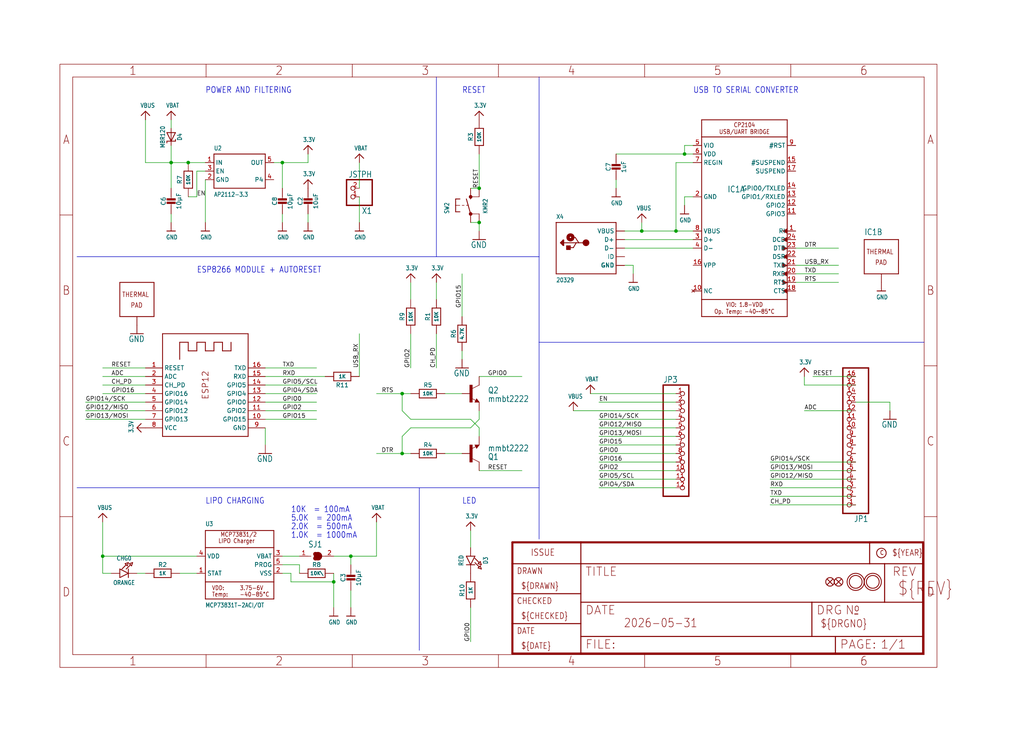
<source format=kicad_sch>
(kicad_sch (version 20230121) (generator eeschema)
  (paper "User" 303.962 217.322)
  (lib_symbols
    (symbol "working-eagle-import:3.3V" (power)
      (property "Value" "3.3V" (at -1.524 1.016 0))
      (symbol "3.3V_1_0"
        (pin power_in line (at 0 -2.54 90) (length 2.54) (name "3.3V") (number "1"))
      )
    )
    (symbol "working-eagle-import:CAP_CERAMIC0603_NO"
      (property "Reference" "C" (at -2.29 1.25 90))
      (symbol "CAP_CERAMIC0603_NO_1_0"
        (pin passive line (at 0 5.08 270) (length 2.54) (name "1") (number "1"))
        (pin passive line (at 0 -2.54 90) (length 2.54) (name "2") (number "2"))
      )
    )
    (symbol "working-eagle-import:CAP_CERAMIC0805-NOOUTLINE"
      (property "Reference" "C" (at -2.29 1.25 90))
      (symbol "CAP_CERAMIC0805-NOOUTLINE_1_0"
        (pin passive line (at 0 5.08 270) (length 2.54) (name "1") (number "1"))
        (pin passive line (at 0 -2.54 90) (length 2.54) (name "2") (number "2"))
      )
    )
    (symbol "working-eagle-import:CON_JST_PH_2PIN"
      (property "Reference" "X" (at -6.35 5.715 0))
      (symbol "CON_JST_PH_2PIN_1_0"
        (pin passive inverted (at -2.54 2.54 0) (length 2.54) (name "1") (number "1"))
        (pin passive inverted (at -2.54 0 0) (length 2.54) (name "2") (number "2"))
      )
    )
    (symbol "working-eagle-import:CP2104"
      (property "Reference" "U" (at -5.08 6.35 0))
      (symbol "CP2104_1_0"
        (text "CP2104\nUSB/UART BRIDGE" (at 0 25.4 0) (effects (font (size 1.27 1.0795))))
        (text "VIO: 1.8-VDD\nOp. Temp: -40~~85°C" (at 0 -27.94 0) (effects (font (size 1.27 1.0795))))
        (pin input line (at 15.24 -5.08 180) (length 2.54) (name "RI") (number "1"))
        (pin no_connect line (at -15.24 -22.86 0) (length 2.54) (name "NC") (number "10"))
        (pin bidirectional line (at 15.24 0 180) (length 2.54) (name "GPIO3") (number "11"))
        (pin bidirectional line (at 15.24 2.54 180) (length 2.54) (name "GPIO2") (number "12"))
        (pin bidirectional line (at 15.24 5.08 180) (length 2.54) (name "GPIO1/RXLED") (number "13"))
        (pin bidirectional line (at 15.24 7.62 180) (length 2.54) (name "GPIO0/TXLED") (number "14"))
        (pin output line (at 15.24 15.24 180) (length 2.54) (name "#SUSPEND") (number "15"))
        (pin bidirectional line (at -15.24 -15.24 0) (length 2.54) (name "VPP") (number "16"))
        (pin output line (at 15.24 12.7 180) (length 2.54) (name "SUSPEND") (number "17"))
        (pin input line (at 15.24 -22.86 180) (length 2.54) (name "CTS") (number "18"))
        (pin output line (at 15.24 -20.32 180) (length 2.54) (name "RTS") (number "19"))
        (pin power_in line (at -15.24 5.08 0) (length 2.54) (name "GND") (number "2"))
        (pin input line (at 15.24 -17.78 180) (length 2.54) (name "RXD") (number "20"))
        (pin output line (at 15.24 -15.24 180) (length 2.54) (name "TXD") (number "21"))
        (pin input line (at 15.24 -12.7 180) (length 2.54) (name "DSR") (number "22"))
        (pin output line (at 15.24 -10.16 180) (length 2.54) (name "DTR") (number "23"))
        (pin input line (at 15.24 -7.62 180) (length 2.54) (name "DCD") (number "24"))
        (pin bidirectional line (at -15.24 -7.62 0) (length 2.54) (name "D+") (number "3"))
        (pin bidirectional line (at -15.24 -10.16 0) (length 2.54) (name "D-") (number "4"))
        (pin power_in line (at -15.24 20.32 0) (length 2.54) (name "VIO") (number "5"))
        (pin power_in line (at -15.24 17.78 0) (length 2.54) (name "VDD") (number "6"))
        (pin power_in line (at -15.24 15.24 0) (length 2.54) (name "REGIN") (number "7"))
        (pin power_in line (at -15.24 -5.08 0) (length 2.54) (name "VBUS") (number "8"))
        (pin bidirectional line (at 15.24 20.32 180) (length 2.54) (name "#RST") (number "9"))
      )
      (symbol "CP2104_2_0"
        (text "PAD" (at -1.905 -2.54 0) (effects (font (size 1.4224 1.209)) (justify left bottom)))
        (text "THERMAL" (at -4.445 0.635 0) (effects (font (size 1.4224 1.209)) (justify left bottom)))
        (pin power_in line (at 0 -7.62 90) (length 2.54) (name "TP") (number "THERM"))
      )
    )
    (symbol "working-eagle-import:DIODE-SCHOTTKYSOD-123"
      (property "Reference" "D" (at 0 2.54 0))
      (symbol "DIODE-SCHOTTKYSOD-123_1_0"
        (pin passive line (at -2.54 0 0) (length 2.54) (name "A") (number "A"))
        (pin passive line (at 2.54 0 180) (length 2.54) (name "C") (number "C"))
      )
    )
    (symbol "working-eagle-import:ESP-12S"
      (symbol "ESP-12S_1_0"
        (text "ESP12" (at 0 0 900) (effects (font (size 1.778 1.778))))
        (pin input line (at -17.78 5.08 0) (length 5.08) (name "RESET") (number "1"))
        (pin bidirectional line (at 17.78 -10.16 180) (length 5.08) (name "GPIO15") (number "10"))
        (pin bidirectional line (at 17.78 -7.62 180) (length 5.08) (name "GPIO2") (number "11"))
        (pin bidirectional line (at 17.78 -5.08 180) (length 5.08) (name "GPIO0") (number "12"))
        (pin bidirectional line (at 17.78 -2.54 180) (length 5.08) (name "GPIO4") (number "13"))
        (pin bidirectional line (at 17.78 0 180) (length 5.08) (name "GPIO5") (number "14"))
        (pin input line (at 17.78 2.54 180) (length 5.08) (name "RXD") (number "15"))
        (pin output line (at 17.78 5.08 180) (length 5.08) (name "TXD") (number "16"))
        (pin passive line (at -17.78 2.54 0) (length 5.08) (name "ADC") (number "2"))
        (pin input line (at -17.78 0 0) (length 5.08) (name "CH_PD") (number "3"))
        (pin bidirectional line (at -17.78 -2.54 0) (length 5.08) (name "GPIO16") (number "4"))
        (pin bidirectional line (at -17.78 -5.08 0) (length 5.08) (name "GPIO14") (number "5"))
        (pin bidirectional line (at -17.78 -7.62 0) (length 5.08) (name "GPIO12") (number "6"))
        (pin bidirectional line (at -17.78 -10.16 0) (length 5.08) (name "GPIO13") (number "7"))
        (pin power_in line (at -17.78 -12.7 0) (length 5.08) (name "VCC") (number "8"))
        (pin power_in line (at 17.78 -12.7 180) (length 5.08) (name "GND") (number "9"))
      )
      (symbol "ESP-12S_2_0"
        (text "PAD" (at -1.905 -2.54 0) (effects (font (size 1.4224 1.209)) (justify left bottom)))
        (text "THERMAL" (at -4.445 0.635 0) (effects (font (size 1.4224 1.209)) (justify left bottom)))
        (pin power_in line (at 0 -7.62 90) (length 2.54) (name "TP") (number "P$1"))
      )
    )
    (symbol "working-eagle-import:FIDUCIAL_1MM")
    (symbol "working-eagle-import:FRAME_A4"
      (symbol "FRAME_A4_1_0"
        (text "1" (at 21.6958 1.905 0) (effects (font (size 2.54 2.286))))
        (text "1" (at 21.6958 177.165 0) (effects (font (size 2.54 2.286))))
        (text "2" (at 65.0875 1.905 0) (effects (font (size 2.54 2.286))))
        (text "2" (at 65.0875 177.165 0) (effects (font (size 2.54 2.286))))
        (text "3" (at 108.4792 1.905 0) (effects (font (size 2.54 2.286))))
        (text "3" (at 108.4792 177.165 0) (effects (font (size 2.54 2.286))))
        (text "4" (at 151.8708 1.905 0) (effects (font (size 2.54 2.286))))
        (text "4" (at 151.8708 177.165 0) (effects (font (size 2.54 2.286))))
        (text "5" (at 195.2625 1.905 0) (effects (font (size 2.54 2.286))))
        (text "5" (at 195.2625 177.165 0) (effects (font (size 2.54 2.286))))
        (text "6" (at 238.6542 1.905 0) (effects (font (size 2.54 2.286))))
        (text "6" (at 238.6542 177.165 0) (effects (font (size 2.54 2.286))))
        (text "A" (at 1.905 156.6863 0) (effects (font (size 2.54 2.286))))
        (text "A" (at 258.445 156.6863 0) (effects (font (size 2.54 2.286))))
        (text "B" (at 1.905 111.9188 0) (effects (font (size 2.54 2.286))))
        (text "B" (at 258.445 111.9188 0) (effects (font (size 2.54 2.286))))
        (text "C" (at 1.905 67.1513 0) (effects (font (size 2.54 2.286))))
        (text "C" (at 258.445 67.1513 0) (effects (font (size 2.54 2.286))))
        (text "D" (at 1.905 22.3838 0) (effects (font (size 2.54 2.286))))
        (text "D" (at 258.445 22.3838 0) (effects (font (size 2.54 2.286))))
      )
      (symbol "FRAME_A4_2_0"
        (text "${#}/${##}" (at 108.9152 2.8448 0) (effects (font (size 2.54 2.54)) (justify left bottom)))
        (text "${CHECKED}" (at 2.2352 11.7348 0) (effects (font (size 1.778 1.5113)) (justify left bottom)))
        (text "${COMPANY}" (at 23.349 29.6735 0) (effects (font (size 3.175 2.6987) (thickness 0.5397) bold) (justify left bottom)))
        (text "${CURRENT_DATE}" (at 32.7152 9.1948 0) (effects (font (size 2.54 2.159)) (justify left bottom)))
        (text "${DATE}" (at 2.2352 2.8448 0) (effects (font (size 1.778 1.5113)) (justify left bottom)))
        (text "${DRAWN}" (at 2.2352 20.6248 0) (effects (font (size 1.778 1.5113)) (justify left bottom)))
        (text "${DRGNO}" (at 91.1352 9.1948 0) (effects (font (size 2.1844 1.8567)) (justify left bottom)))
        (text "${PROJECTNAME}" (at 33.0327 2.8448 0) (effects (font (size 2.54 2.159)) (justify left bottom)))
        (text "${REV}" (at 113.9952 18.7198 0) (effects (font (size 3.81 3.2385)) (justify left bottom)))
        (text "${YEAR}" (at 112.4077 30.4673 0) (effects (font (size 1.778 1.5113)) (justify left bottom)))
        (text "C" (at 108.7564 30.7848 0) (effects (font (size 1.27 1.0795)) (justify left bottom)))
        (text "CHECKED" (at 0.9652 16.1798 0) (effects (font (size 1.778 1.5113)) (justify left bottom)))
        (text "DATE" (at 0.9652 7.2898 0) (effects (font (size 1.778 1.5113)) (justify left bottom)))
        (text "DATE" (at 21.2852 13.0048 0) (effects (font (size 2.54 2.54)) (justify left bottom)))
        (text "DRAWN" (at 0.9652 25.0698 0) (effects (font (size 1.778 1.5113)) (justify left bottom)))
        (text "DRG" (at 89.8652 13.0048 0) (effects (font (size 2.54 2.54)) (justify left bottom)))
        (text "FILE:" (at 21.2852 2.8448 0) (effects (font (size 2.54 2.54)) (justify left bottom)))
        (text "ISSUE" (at 5.0927 30.4673 0) (effects (font (size 1.9304 1.6408)) (justify left bottom)))
        (text "N" (at 98.4377 13.0048 0) (effects (font (size 2.54 2.54)) (justify left bottom)))
        (text "o" (at 100.9777 13.9573 0) (effects (font (size 2.1844 1.8567)) (justify left bottom)))
        (text "PAGE:" (at 96.8502 2.8448 0) (effects (font (size 2.54 2.54)) (justify left bottom)))
        (text "REV" (at 112.4077 24.4348 0) (effects (font (size 2.54 2.54)) (justify left bottom)))
        (text "TITLE" (at 21.2852 24.4348 0) (effects (font (size 2.54 2.54)) (justify left bottom)))
      )
    )
    (symbol "working-eagle-import:GND" (power)
      (property "Value" "GND" (at -1.524 -2.54 0))
      (symbol "GND_1_0"
        (pin power_in line (at 0 2.54 270) (length 2.54) (name "GND") (number "1"))
      )
    )
    (symbol "working-eagle-import:HEADER-1X12"
      (property "Reference" "JP" (at -6.35 18.415 0))
      (symbol "HEADER-1X12_1_0"
        (pin passive inverted (at -2.54 15.24 0) (length 2.54) (name "1") (number "1"))
        (pin passive inverted (at -2.54 -7.62 0) (length 2.54) (name "10") (number "10"))
        (pin passive inverted (at -2.54 -10.16 0) (length 2.54) (name "11") (number "11"))
        (pin passive inverted (at -2.54 -12.7 0) (length 2.54) (name "12") (number "12"))
        (pin passive inverted (at -2.54 12.7 0) (length 2.54) (name "2") (number "2"))
        (pin passive inverted (at -2.54 10.16 0) (length 2.54) (name "3") (number "3"))
        (pin passive inverted (at -2.54 7.62 0) (length 2.54) (name "4") (number "4"))
        (pin passive inverted (at -2.54 5.08 0) (length 2.54) (name "5") (number "5"))
        (pin passive inverted (at -2.54 2.54 0) (length 2.54) (name "6") (number "6"))
        (pin passive inverted (at -2.54 0 0) (length 2.54) (name "7") (number "7"))
        (pin passive inverted (at -2.54 -2.54 0) (length 2.54) (name "8") (number "8"))
        (pin passive inverted (at -2.54 -5.08 0) (length 2.54) (name "9") (number "9"))
      )
    )
    (symbol "working-eagle-import:HEADER-1X16ROUND"
      (property "Reference" "JP" (at -6.35 20.955 0))
      (symbol "HEADER-1X16ROUND_1_0"
        (pin passive inverted (at -2.54 17.78 0) (length 2.54) (name "1") (number "1"))
        (pin passive inverted (at -2.54 -5.08 0) (length 2.54) (name "10") (number "10"))
        (pin passive inverted (at -2.54 -7.62 0) (length 2.54) (name "11") (number "11"))
        (pin passive inverted (at -2.54 -10.16 0) (length 2.54) (name "12") (number "12"))
        (pin passive inverted (at -2.54 -12.7 0) (length 2.54) (name "13") (number "13"))
        (pin passive inverted (at -2.54 -15.24 0) (length 2.54) (name "14") (number "14"))
        (pin passive inverted (at -2.54 -17.78 0) (length 2.54) (name "15") (number "15"))
        (pin passive inverted (at -2.54 -20.32 0) (length 2.54) (name "16") (number "16"))
        (pin passive inverted (at -2.54 15.24 0) (length 2.54) (name "2") (number "2"))
        (pin passive inverted (at -2.54 12.7 0) (length 2.54) (name "3") (number "3"))
        (pin passive inverted (at -2.54 10.16 0) (length 2.54) (name "4") (number "4"))
        (pin passive inverted (at -2.54 7.62 0) (length 2.54) (name "5") (number "5"))
        (pin passive inverted (at -2.54 5.08 0) (length 2.54) (name "6") (number "6"))
        (pin passive inverted (at -2.54 2.54 0) (length 2.54) (name "7") (number "7"))
        (pin passive inverted (at -2.54 0 0) (length 2.54) (name "8") (number "8"))
        (pin passive inverted (at -2.54 -2.54 0) (length 2.54) (name "9") (number "9"))
      )
    )
    (symbol "working-eagle-import:LED0805_NOOUTLINE"
      (property "Reference" "D" (at -1.27 4.445 0))
      (symbol "LED0805_NOOUTLINE_1_0"
        (pin passive line (at -5.08 0 0) (length 2.54) (name "A") (number "A"))
        (pin passive line (at 2.54 0 180) (length 2.54) (name "C") (number "C"))
      )
    )
    (symbol "working-eagle-import:MCP73831/2"
      (property "Reference" "U" (at -10.16 11.43 0))
      (symbol "MCP73831/2_1_0"
        (text "-40-85°C" (at 0 -9.525 0) (effects (font (size 1.27 1.0795)) (justify left bottom)))
        (text "3.75-6V" (at 0 -7.62 0) (effects (font (size 1.27 1.0795)) (justify left bottom)))
        (text "LIPO Charger" (at -6.35 6.35 0) (effects (font (size 1.27 1.0795)) (justify left bottom)))
        (text "MCP73831/2" (at -5.715 8.255 0) (effects (font (size 1.27 1.0795)) (justify left bottom)))
        (text "Temp:" (at -8.255 -9.525 0) (effects (font (size 1.27 1.0795)) (justify left bottom)))
        (text "VDD:" (at -8.255 -7.62 0) (effects (font (size 1.27 1.0795)) (justify left bottom)))
        (pin output line (at -12.7 -2.54 0) (length 2.54) (name "STAT") (number "1"))
        (pin power_in line (at 12.7 -2.54 180) (length 2.54) (name "VSS") (number "2"))
        (pin power_in line (at 12.7 2.54 180) (length 2.54) (name "VBAT") (number "3"))
        (pin power_in line (at -12.7 2.54 0) (length 2.54) (name "VDD") (number "4"))
        (pin input line (at 12.7 0 180) (length 2.54) (name "PROG") (number "5"))
      )
    )
    (symbol "working-eagle-import:MOUNTINGHOLE2.5")
    (symbol "working-eagle-import:RESISTOR_0603MP"
      (property "Reference" "R" (at 0 2.54 0))
      (symbol "RESISTOR_0603MP_1_0"
        (pin passive line (at -5.08 0 0) (length 2.54) (name "1") (number "1"))
        (pin passive line (at 5.08 0 180) (length 2.54) (name "2") (number "2"))
      )
    )
    (symbol "working-eagle-import:RESISTOR_0603_NOOUT"
      (property "Reference" "R" (at 0 2.54 0))
      (symbol "RESISTOR_0603_NOOUT_1_0"
        (pin passive line (at -5.08 0 0) (length 2.54) (name "1") (number "1"))
        (pin passive line (at 5.08 0 180) (length 2.54) (name "2") (number "2"))
      )
    )
    (symbol "working-eagle-import:SOLDERJUMPER_CLOSED"
      (property "Reference" "SJ" (at -2.54 2.54 0))
      (symbol "SOLDERJUMPER_CLOSED_1_0"
        (pin passive line (at -5.08 0 0) (length 2.54) (name "1") (number "1"))
        (pin passive line (at 5.08 0 180) (length 2.54) (name "2") (number "2"))
      )
    )
    (symbol "working-eagle-import:SWITCH_TACT_SMT4.6X2.8"
      (property "Reference" "SW" (at -2.54 6.35 0))
      (symbol "SWITCH_TACT_SMT4.6X2.8_1_0"
        (pin passive line (at -5.08 0 0) (length 2.54) (name "P") (number "A"))
        (pin passive line (at -5.08 -2.54 0) (length 2.54) (name "P1") (number "A'"))
        (pin passive line (at 5.08 0 180) (length 2.54) (name "S") (number "B"))
        (pin passive line (at 5.08 -2.54 180) (length 2.54) (name "S1") (number "B'"))
      )
    )
    (symbol "working-eagle-import:TRANSISTOR_NPNSOT23-3"
      (property "Reference" "Q" (at 5.08 0 0))
      (symbol "TRANSISTOR_NPNSOT23-3_1_0"
        (pin passive line (at -2.54 0 0) (length 2.54) (name "B") (number "1"))
        (pin passive line (at 2.54 -5.08 90) (length 2.54) (name "E") (number "2"))
        (pin passive line (at 2.54 5.08 270) (length 2.54) (name "C") (number "3"))
      )
    )
    (symbol "working-eagle-import:USB_MICRO_20329_V2"
      (property "Reference" "X" (at -10.16 8.636 0))
      (symbol "USB_MICRO_20329_V2_1_0"
        (pin power_in line (at 10.16 -5.08 180) (length 2.54) (name "GND") (number "BASE@1"))
        (pin power_in line (at 10.16 -5.08 180) (length 2.54) (name "GND") (number "BASE@2"))
        (pin bidirectional line (at 10.16 2.54 180) (length 2.54) (name "D+") (number "D+"))
        (pin bidirectional line (at 10.16 0 180) (length 2.54) (name "D-") (number "D-"))
        (pin power_in line (at 10.16 -5.08 180) (length 2.54) (name "GND") (number "GND"))
        (pin bidirectional line (at 10.16 -2.54 180) (length 2.54) (name "ID") (number "ID"))
        (pin power_in line (at 10.16 -5.08 180) (length 2.54) (name "GND") (number "SPRT@1"))
        (pin power_in line (at 10.16 -5.08 180) (length 2.54) (name "GND") (number "SPRT@2"))
        (pin power_in line (at 10.16 -5.08 180) (length 2.54) (name "GND") (number "SPRT@3"))
        (pin power_in line (at 10.16 -5.08 180) (length 2.54) (name "GND") (number "SPRT@4"))
        (pin power_in line (at 10.16 5.08 180) (length 2.54) (name "VBUS") (number "VBUS"))
      )
    )
    (symbol "working-eagle-import:VBAT" (power)
      (property "Value" "VBAT" (at -1.524 1.016 0))
      (symbol "VBAT_1_0"
        (pin power_in line (at 0 -2.54 90) (length 2.54) (name "VBAT") (number "1"))
      )
    )
    (symbol "working-eagle-import:VBUS" (power)
      (property "Value" "VBUS" (at -1.524 1.016 0))
      (symbol "VBUS_1_0"
        (pin power_in line (at 0 -2.54 90) (length 2.54) (name "VBUS") (number "1"))
      )
    )
    (symbol "working-eagle-import:VREG_SOT23-5"
      (property "Reference" "U" (at -7.62 6.096 0))
      (symbol "VREG_SOT23-5_1_0"
        (pin power_in line (at -10.16 2.54 0) (length 2.54) (name "IN") (number "1"))
        (pin power_in line (at -10.16 -2.54 0) (length 2.54) (name "GND") (number "2"))
        (pin input line (at -10.16 0 0) (length 2.54) (name "EN") (number "3"))
        (pin bidirectional line (at 10.16 -2.54 180) (length 2.54) (name "P4") (number "4"))
        (pin power_in line (at 10.16 2.54 180) (length 2.54) (name "OUT") (number "5"))
      )
    )
    (symbol "working-eagle-import:supply1_GND" (power)
      (property "Value" "supply1_GND" (at -2.54 -2.54 0))
      (symbol "supply1_GND_1_0"
        (pin power_in line (at 0 2.54 270) (length 2.54) (name "GND") (number "1"))
      )
    )
  )
  (junction (at 190.5 68.58))
  (junction (at 119.38 134.62))
  (junction (at 55.88 48.26))
  (junction (at 142.24 55.88))
  (junction (at 99.06 172.72))
  (junction (at 200.66 68.58))
  (junction (at 30.48 165.1))
  (junction (at 119.38 116.84))
  (junction (at 104.14 165.1))
  (junction (at 142.24 66.04))
  (junction (at 50.8 48.26))
  (junction (at 203.2 45.72))
  (junction (at 83.82 48.26))
  (wire (pts (xy 154.94 139.7) (xy 142.24 139.7)) (stroke (width 0.1524)))
  (wire (pts (xy 121.92 124.46) (xy 119.38 121.92)) (stroke (width 0.1524)))
  (wire (pts (xy 190.5 68.58) (xy 200.66 68.58)) (stroke (width 0.1524)))
  (wire (pts (xy 91.44 48.26) (xy 91.44 45.72)) (stroke (width 0.1524)))
  (wire (pts (xy 50.8 43.18) (xy 50.8 48.26)) (stroke (width 0.1524)))
  (wire (pts (xy 93.98 114.3) (xy 78.74 114.3)) (stroke (width 0.1524)))
  (wire (pts (xy 78.74 127) (xy 78.74 132.08)) (stroke (width 0.1524)))
  (wire (pts (xy 43.18 48.26) (xy 50.8 48.26)) (stroke (width 0.1524)))
  (wire (pts (xy 106.68 111.76) (xy 106.68 99.06)) (stroke (width 0.1524)))
  (wire (pts (xy 228.6 142.24) (xy 254 142.24)) (stroke (width 0.1524)))
  (wire (pts (xy 106.68 66.04) (xy 106.68 58.42)) (stroke (width 0.1524)))
  (wire (pts (xy 254 149.86) (xy 228.6 149.86)) (stroke (width 0.1524)))
  (wire (pts (xy 190.5 68.58) (xy 190.5 66.04)) (stroke (width 0.1524)))
  (wire (pts (xy 254 144.78) (xy 228.6 144.78)) (stroke (width 0.1524)))
  (wire (pts (xy 55.88 58.42) (xy 58.42 58.42)) (stroke (width 0.1524)))
  (wire (pts (xy 254 121.92) (xy 238.76 121.92)) (stroke (width 0.1524)))
  (wire (pts (xy 43.18 121.92) (xy 25.4 121.92)) (stroke (width 0.1524)))
  (wire (pts (xy 177.8 137.16) (xy 200.66 137.16)) (stroke (width 0.1524)))
  (wire (pts (xy 236.22 78.74) (xy 248.92 78.74)) (stroke (width 0.1524)))
  (wire (pts (xy 106.68 48.26) (xy 106.68 55.88)) (stroke (width 0.1524)))
  (wire (pts (xy 50.8 48.26) (xy 50.8 55.88)) (stroke (width 0.1524)))
  (wire (pts (xy 86.36 170.18) (xy 86.36 172.72)) (stroke (width 0.1524)))
  (wire (pts (xy 88.9 165.1) (xy 83.82 165.1)) (stroke (width 0.1524)))
  (polyline (pts (xy 129.54 76.2) (xy 129.54 22.86)) (stroke (width 0.1524) (type solid)))
  (wire (pts (xy 83.82 167.64) (xy 88.9 167.64)) (stroke (width 0.1524)))
  (wire (pts (xy 121.92 127) (xy 119.38 129.54)) (stroke (width 0.1524)))
  (wire (pts (xy 111.76 154.94) (xy 111.76 165.1)) (stroke (width 0.1524)))
  (wire (pts (xy 200.66 68.58) (xy 205.74 68.58)) (stroke (width 0.1524)))
  (wire (pts (xy 177.8 127) (xy 200.66 127)) (stroke (width 0.1524)))
  (wire (pts (xy 88.9 167.64) (xy 88.9 170.18)) (stroke (width 0.1524)))
  (polyline (pts (xy 274.32 101.6) (xy 160.02 101.6)) (stroke (width 0.1524) (type solid)))
  (wire (pts (xy 83.82 48.26) (xy 91.44 48.26)) (stroke (width 0.1524)))
  (wire (pts (xy 43.18 116.84) (xy 30.48 116.84)) (stroke (width 0.1524)))
  (wire (pts (xy 78.74 109.22) (xy 93.98 109.22)) (stroke (width 0.1524)))
  (wire (pts (xy 142.24 45.72) (xy 142.24 55.88)) (stroke (width 0.1524)))
  (wire (pts (xy 119.38 121.92) (xy 119.38 116.84)) (stroke (width 0.1524)))
  (wire (pts (xy 142.24 121.92) (xy 142.24 124.46)) (stroke (width 0.1524)))
  (wire (pts (xy 139.7 127) (xy 121.92 127)) (stroke (width 0.1524)))
  (wire (pts (xy 121.92 88.9) (xy 121.92 83.82)) (stroke (width 0.1524)))
  (wire (pts (xy 83.82 63.5) (xy 83.82 66.04)) (stroke (width 0.1524)))
  (wire (pts (xy 60.96 53.34) (xy 60.96 66.04)) (stroke (width 0.1524)))
  (wire (pts (xy 83.82 55.88) (xy 83.82 48.26)) (stroke (width 0.1524)))
  (wire (pts (xy 187.96 78.74) (xy 187.96 81.28)) (stroke (width 0.1524)))
  (wire (pts (xy 248.92 83.82) (xy 236.22 83.82)) (stroke (width 0.1524)))
  (wire (pts (xy 200.66 142.24) (xy 177.8 142.24)) (stroke (width 0.1524)))
  (wire (pts (xy 139.7 124.46) (xy 121.92 124.46)) (stroke (width 0.1524)))
  (wire (pts (xy 139.7 66.04) (xy 142.24 66.04)) (stroke (width 0.1524)))
  (wire (pts (xy 119.38 134.62) (xy 121.92 134.62)) (stroke (width 0.1524)))
  (wire (pts (xy 254 119.38) (xy 264.16 119.38)) (stroke (width 0.1524)))
  (polyline (pts (xy 160.02 144.78) (xy 124.46 144.78)) (stroke (width 0.1524) (type solid)))
  (polyline (pts (xy 124.46 144.78) (xy 22.86 144.78)) (stroke (width 0.1524) (type solid)))
  (wire (pts (xy 86.36 172.72) (xy 99.06 172.72)) (stroke (width 0.1524)))
  (wire (pts (xy 205.74 45.72) (xy 203.2 45.72)) (stroke (width 0.1524)))
  (wire (pts (xy 99.06 170.18) (xy 99.06 172.72)) (stroke (width 0.1524)))
  (wire (pts (xy 200.66 134.62) (xy 177.8 134.62)) (stroke (width 0.1524)))
  (wire (pts (xy 248.92 81.28) (xy 236.22 81.28)) (stroke (width 0.1524)))
  (wire (pts (xy 139.7 162.56) (xy 139.7 157.48)) (stroke (width 0.1524)))
  (wire (pts (xy 185.42 71.12) (xy 205.74 71.12)) (stroke (width 0.1524)))
  (wire (pts (xy 185.42 78.74) (xy 187.96 78.74)) (stroke (width 0.1524)))
  (wire (pts (xy 142.24 111.76) (xy 154.94 111.76)) (stroke (width 0.1524)))
  (wire (pts (xy 177.8 144.78) (xy 200.66 144.78)) (stroke (width 0.1524)))
  (wire (pts (xy 25.4 124.46) (xy 43.18 124.46)) (stroke (width 0.1524)))
  (wire (pts (xy 43.18 109.22) (xy 30.48 109.22)) (stroke (width 0.1524)))
  (wire (pts (xy 137.16 134.62) (xy 132.08 134.62)) (stroke (width 0.1524)))
  (wire (pts (xy 254 111.76) (xy 241.3 111.76)) (stroke (width 0.1524)))
  (wire (pts (xy 137.16 106.68) (xy 137.16 104.14)) (stroke (width 0.1524)))
  (wire (pts (xy 60.96 48.26) (xy 55.88 48.26)) (stroke (width 0.1524)))
  (wire (pts (xy 205.74 58.42) (xy 203.2 58.42)) (stroke (width 0.1524)))
  (wire (pts (xy 50.8 38.1) (xy 50.8 35.56)) (stroke (width 0.1524)))
  (wire (pts (xy 99.06 172.72) (xy 99.06 180.34)) (stroke (width 0.1524)))
  (wire (pts (xy 200.66 48.26) (xy 200.66 68.58)) (stroke (width 0.1524)))
  (wire (pts (xy 185.42 73.66) (xy 205.74 73.66)) (stroke (width 0.1524)))
  (polyline (pts (xy 124.46 144.78) (xy 124.46 193.04)) (stroke (width 0.1524) (type solid)))
  (wire (pts (xy 200.66 121.92) (xy 170.18 121.92)) (stroke (width 0.1524)))
  (wire (pts (xy 78.74 119.38) (xy 93.98 119.38)) (stroke (width 0.1524)))
  (wire (pts (xy 30.48 165.1) (xy 58.42 165.1)) (stroke (width 0.1524)))
  (wire (pts (xy 175.26 116.84) (xy 200.66 116.84)) (stroke (width 0.1524)))
  (polyline (pts (xy 160.02 144.78) (xy 160.02 101.6)) (stroke (width 0.1524) (type solid)))
  (wire (pts (xy 203.2 58.42) (xy 203.2 60.96)) (stroke (width 0.1524)))
  (wire (pts (xy 238.76 114.3) (xy 254 114.3)) (stroke (width 0.1524)))
  (wire (pts (xy 30.48 154.94) (xy 30.48 165.1)) (stroke (width 0.1524)))
  (wire (pts (xy 50.8 63.5) (xy 50.8 66.04)) (stroke (width 0.1524)))
  (wire (pts (xy 142.24 127) (xy 139.7 124.46)) (stroke (width 0.1524)))
  (wire (pts (xy 177.8 139.7) (xy 200.66 139.7)) (stroke (width 0.1524)))
  (wire (pts (xy 177.8 119.38) (xy 200.66 119.38)) (stroke (width 0.1524)))
  (wire (pts (xy 142.24 55.88) (xy 139.7 55.88)) (stroke (width 0.1524)))
  (wire (pts (xy 137.16 93.98) (xy 137.16 81.28)) (stroke (width 0.1524)))
  (wire (pts (xy 121.92 99.06) (xy 121.92 109.22)) (stroke (width 0.1524)))
  (wire (pts (xy 30.48 170.18) (xy 30.48 165.1)) (stroke (width 0.1524)))
  (wire (pts (xy 25.4 119.38) (xy 43.18 119.38)) (stroke (width 0.1524)))
  (wire (pts (xy 119.38 134.62) (xy 111.76 134.62)) (stroke (width 0.1524)))
  (wire (pts (xy 228.6 147.32) (xy 254 147.32)) (stroke (width 0.1524)))
  (wire (pts (xy 203.2 43.18) (xy 203.2 45.72)) (stroke (width 0.1524)))
  (wire (pts (xy 238.76 111.76) (xy 238.76 114.3)) (stroke (width 0.1524)))
  (wire (pts (xy 205.74 48.26) (xy 200.66 48.26)) (stroke (width 0.1524)))
  (wire (pts (xy 104.14 165.1) (xy 99.06 165.1)) (stroke (width 0.1524)))
  (wire (pts (xy 200.66 124.46) (xy 177.8 124.46)) (stroke (width 0.1524)))
  (polyline (pts (xy 160.02 160.02) (xy 160.02 144.78)) (stroke (width 0.1524) (type solid)))
  (wire (pts (xy 43.18 111.76) (xy 30.48 111.76)) (stroke (width 0.1524)))
  (wire (pts (xy 177.8 132.08) (xy 200.66 132.08)) (stroke (width 0.1524)))
  (wire (pts (xy 78.74 124.46) (xy 93.98 124.46)) (stroke (width 0.1524)))
  (wire (pts (xy 93.98 121.92) (xy 78.74 121.92)) (stroke (width 0.1524)))
  (wire (pts (xy 139.7 180.34) (xy 139.7 190.5)) (stroke (width 0.1524)))
  (wire (pts (xy 129.54 88.9) (xy 129.54 83.82)) (stroke (width 0.1524)))
  (wire (pts (xy 83.82 170.18) (xy 86.36 170.18)) (stroke (width 0.1524)))
  (wire (pts (xy 104.14 165.1) (xy 111.76 165.1)) (stroke (width 0.1524)))
  (wire (pts (xy 91.44 63.5) (xy 91.44 66.04)) (stroke (width 0.1524)))
  (wire (pts (xy 58.42 50.8) (xy 60.96 50.8)) (stroke (width 0.1524)))
  (wire (pts (xy 33.02 170.18) (xy 30.48 170.18)) (stroke (width 0.1524)))
  (wire (pts (xy 111.76 116.84) (xy 119.38 116.84)) (stroke (width 0.1524)))
  (polyline (pts (xy 160.02 76.2) (xy 160.02 22.86)) (stroke (width 0.1524) (type solid)))
  (wire (pts (xy 254 139.7) (xy 228.6 139.7)) (stroke (width 0.1524)))
  (polyline (pts (xy 22.86 76.2) (xy 129.54 76.2)) (stroke (width 0.1524) (type solid)))
  (polyline (pts (xy 160.02 76.2) (xy 129.54 76.2)) (stroke (width 0.1524) (type solid)))
  (wire (pts (xy 58.42 58.42) (xy 58.42 50.8)) (stroke (width 0.1524)))
  (wire (pts (xy 264.16 119.38) (xy 264.16 121.92)) (stroke (width 0.1524)))
  (wire (pts (xy 200.66 129.54) (xy 177.8 129.54)) (stroke (width 0.1524)))
  (polyline (pts (xy 160.02 101.6) (xy 160.02 76.2)) (stroke (width 0.1524) (type solid)))
  (wire (pts (xy 185.42 68.58) (xy 190.5 68.58)) (stroke (width 0.1524)))
  (wire (pts (xy 30.48 114.3) (xy 43.18 114.3)) (stroke (width 0.1524)))
  (wire (pts (xy 81.28 48.26) (xy 83.82 48.26)) (stroke (width 0.1524)))
  (wire (pts (xy 236.22 73.66) (xy 248.92 73.66)) (stroke (width 0.1524)))
  (wire (pts (xy 55.88 48.26) (xy 50.8 48.26)) (stroke (width 0.1524)))
  (wire (pts (xy 142.24 124.46) (xy 139.7 127)) (stroke (width 0.1524)))
  (wire (pts (xy 40.64 170.18) (xy 43.18 170.18)) (stroke (width 0.1524)))
  (wire (pts (xy 205.74 43.18) (xy 203.2 43.18)) (stroke (width 0.1524)))
  (wire (pts (xy 78.74 116.84) (xy 93.98 116.84)) (stroke (width 0.1524)))
  (wire (pts (xy 254 137.16) (xy 228.6 137.16)) (stroke (width 0.1524)))
  (wire (pts (xy 104.14 167.64) (xy 104.14 165.1)) (stroke (width 0.1524)))
  (wire (pts (xy 119.38 129.54) (xy 119.38 134.62)) (stroke (width 0.1524)))
  (wire (pts (xy 142.24 129.54) (xy 142.24 127)) (stroke (width 0.1524)))
  (wire (pts (xy 203.2 45.72) (xy 182.88 45.72)) (stroke (width 0.1524)))
  (wire (pts (xy 132.08 116.84) (xy 137.16 116.84)) (stroke (width 0.1524)))
  (wire (pts (xy 182.88 53.34) (xy 182.88 55.88)) (stroke (width 0.1524)))
  (wire (pts (xy 53.34 170.18) (xy 58.42 170.18)) (stroke (width 0.1524)))
  (wire (pts (xy 96.52 111.76) (xy 78.74 111.76)) (stroke (width 0.1524)))
  (wire (pts (xy 129.54 99.06) (xy 129.54 109.22)) (stroke (width 0.1524)))
  (wire (pts (xy 142.24 66.04) (xy 142.24 68.58)) (stroke (width 0.1524)))
  (wire (pts (xy 119.38 116.84) (xy 121.92 116.84)) (stroke (width 0.1524)))
  (wire (pts (xy 104.14 175.26) (xy 104.14 180.34)) (stroke (width 0.1524)))
  (wire (pts (xy 43.18 35.56) (xy 43.18 48.26)) (stroke (width 0.1524)))
  (text "10K  = 100mA" (at 86.36 152.4 0) (effects (font (size 1.778 1.5113)) (justify left bottom)))
  (text "POWER AND FILTERING" (at 60.96 27.94 0) (effects (font (size 1.778 1.5113)) (justify left bottom)))
  (text "1.0K  = 1000mA" (at 86.36 160.02 0) (effects (font (size 1.778 1.5113)) (justify left bottom)))
  (text "5.0K  = 200mA" (at 86.36 154.94 0) (effects (font (size 1.778 1.5113)) (justify left bottom)))
  (text "USB TO SERIAL CONVERTER" (at 205.74 27.94 0) (effects (font (size 1.778 1.5113)) (justify left bottom)))
  (text "2.0K  = 500mA" (at 86.36 157.48 0) (effects (font (size 1.778 1.5113)) (justify left bottom)))
  (text "LED" (at 137.16 149.86 0) (effects (font (size 1.778 1.5113)) (justify left bottom)))
  (text "ESP8266 MODULE + AUTORESET" (at 58.42 81.28 0) (effects (font (size 1.778 1.5113)) (justify left bottom)))
  (text "RESET" (at 137.16 27.94 0) (effects (font (size 1.778 1.5113)) (justify left bottom)))
  (text "LIPO CHARGING" (at 60.96 149.86 0) (effects (font (size 1.778 1.5113)) (justify left bottom)))
  (label "CH_PD" (at 129.54 109.22 90) (effects (font (size 1.2446 1.2446))))
  (label "GPIO15" (at 83.82 124.46 0) (effects (font (size 1.2446 1.2446))))
  (label "RESET" (at 241.3 111.76 0) (effects (font (size 1.2446 1.2446))))
  (label "GPIO0" (at 139.7 190.5 90) (effects (font (size 1.2446 1.2446))))
  (label "ADC" (at 238.76 121.92 0) (effects (font (size 1.2446 1.2446))))
  (label "RESET" (at 144.78 139.7 0) (effects (font (size 1.2446 1.2446))))
  (label "EN" (at 58.42 58.42 0) (effects (font (size 1.2446 1.2446))))
  (label "GPIO5/SCL" (at 83.82 114.3 0) (effects (font (size 1.2446 1.2446))))
  (label "GPIO4/SDA" (at 177.8 144.78 0) (effects (font (size 1.2446 1.2446))))
  (label "TXD" (at 238.76 81.28 0) (effects (font (size 1.2446 1.2446))))
  (label "GPIO4/SDA" (at 83.82 116.84 0) (effects (font (size 1.2446 1.2446))))
  (label "RXD" (at 228.6 144.78 0) (effects (font (size 1.2446 1.2446))))
  (label "GPIO14/SCK" (at 228.6 137.16 0) (effects (font (size 1.2446 1.2446))))
  (label "DTR" (at 116.84 134.62 180) (effects (font (size 1.2446 1.2446))))
  (label "DTR" (at 238.76 73.66 0) (effects (font (size 1.2446 1.2446))))
  (label "RESET" (at 142.24 55.88 90) (effects (font (size 1.2446 1.2446))))
  (label "CH_PD" (at 228.6 149.86 0) (effects (font (size 1.2446 1.2446))))
  (label "RTS" (at 238.76 83.82 0) (effects (font (size 1.2446 1.2446))))
  (label "RTS" (at 116.84 116.84 180) (effects (font (size 1.2446 1.2446))))
  (label "GPIO13/MOSI" (at 25.4 124.46 0) (effects (font (size 1.2446 1.2446))))
  (label "RESET" (at 33.02 109.22 0) (effects (font (size 1.2446 1.2446))))
  (label "EN" (at 177.8 119.38 0) (effects (font (size 1.2446 1.2446))))
  (label "GPIO12/MISO" (at 228.6 142.24 0) (effects (font (size 1.2446 1.2446))))
  (label "RXD" (at 83.82 111.76 0) (effects (font (size 1.2446 1.2446))))
  (label "GPIO13/MOSI" (at 177.8 129.54 0) (effects (font (size 1.2446 1.2446))))
  (label "GPIO13/MOSI" (at 228.6 139.7 0) (effects (font (size 1.2446 1.2446))))
  (label "GPIO0" (at 177.8 134.62 0) (effects (font (size 1.2446 1.2446))))
  (label "CH_PD" (at 33.02 114.3 0) (effects (font (size 1.2446 1.2446))))
  (label "TXD" (at 83.82 109.22 0) (effects (font (size 1.2446 1.2446))))
  (label "USB_RX" (at 106.68 109.22 90) (effects (font (size 1.2446 1.2446))))
  (label "GPIO16" (at 177.8 137.16 0) (effects (font (size 1.2446 1.2446))))
  (label "GPIO2" (at 177.8 139.7 0) (effects (font (size 1.2446 1.2446))))
  (label "GPIO5/SCL" (at 177.8 142.24 0) (effects (font (size 1.2446 1.2446))))
  (label "GPIO15" (at 177.8 132.08 0) (effects (font (size 1.2446 1.2446))))
  (label "USB_RX" (at 238.76 78.74 0) (effects (font (size 1.2446 1.2446))))
  (label "GPIO2" (at 83.82 121.92 0) (effects (font (size 1.2446 1.2446))))
  (label "GPIO14/SCK" (at 25.4 119.38 0) (effects (font (size 1.2446 1.2446))))
  (label "GPIO15" (at 137.16 91.44 90) (effects (font (size 1.2446 1.2446))))
  (label "ADC" (at 33.02 111.76 0) (effects (font (size 1.2446 1.2446))))
  (label "GPIO12/MISO" (at 25.4 121.92 0) (effects (font (size 1.2446 1.2446))))
  (label "GPIO2" (at 121.92 109.22 90) (effects (font (size 1.2446 1.2446))))
  (label "GPIO12/MISO" (at 177.8 127 0) (effects (font (size 1.2446 1.2446))))
  (label "GPIO0" (at 83.82 119.38 0) (effects (font (size 1.2446 1.2446))))
  (label "TXD" (at 228.6 147.32 0) (effects (font (size 1.2446 1.2446))))
  (label "GPIO14/SCK" (at 177.8 124.46 0) (effects (font (size 1.2446 1.2446))))
  (label "GPIO0" (at 144.78 111.76 0) (effects (font (size 1.2446 1.2446))))
  (label "GPIO16" (at 33.02 116.84 0) (effects (font (size 1.2446 1.2446))))
  (symbol (lib_id "working-eagle-import:3.3V") (at 139.7 154.94 0) (unit 1)
    (property "Reference" "#U$14" (effects hide))
    (property "Value" "3.3V" (at 138.176 153.924 0) (effects (font (size 1.27 1.0795)) (justify left bottom)))
  )
  (symbol (lib_id "working-eagle-import:GND") (at 187.96 83.82 0) (unit 1)
    (property "Reference" "#U$11" (effects hide))
    (property "Value" "GND" (at 186.436 86.36 0) (effects (font (size 1.27 1.0795)) (justify left bottom)))
  )
  (symbol (lib_id "working-eagle-import:FRAME_A4") (at 17.78 198.12 0) (unit 1)
    (property "Reference" "#FRAME1" (effects hide))
    (property "Value" "FRAME_A4" (effects hide))
  )
  (symbol (lib_id "working-eagle-import:RESISTOR_0603_NOOUT") (at 129.54 93.98 90) (unit 1)
    (property "Reference" "R1" (at 127 93.98 0))
    (property "Value" "10K" (at 129.54 93.98 0) (effects (font (size 1.016 1.016) bold)))
    (property "Footprint" "working:0603-NO" (effects hide))
  )
  (symbol (lib_id "working-eagle-import:GND") (at 60.96 68.58 0) (unit 1)
    (property "Reference" "#U$30" (effects hide))
    (property "Value" "GND" (at 59.436 71.12 0) (effects (font (size 1.27 1.0795)) (justify left bottom)))
  )
  (symbol (lib_id "working-eagle-import:CAP_CERAMIC0805-NOOUTLINE") (at 91.44 60.96 0) (unit 1)
    (property "Reference" "C2" (at 89.15 59.71 90))
    (property "Value" "10uF" (at 93.74 59.71 90))
    (property "Footprint" "working:0805-NO" (effects hide))
  )
  (symbol (lib_id "working-eagle-import:FRAME_A4") (at 152.4 195.58 0) (unit 2)
    (property "Reference" "#FRAME1" (effects hide))
    (property "Value" "FRAME_A4" (effects hide))
  )
  (symbol (lib_id "working-eagle-import:ESP-12S") (at 40.64 88.9 0) (unit 2)
    (property "Reference" "X2" (effects hide))
    (property "Value" "ESP-12S" (effects hide))
    (property "Footprint" "working:ESP-12S" (effects hide))
  )
  (symbol (lib_id "working-eagle-import:VBAT") (at 111.76 152.4 0) (unit 1)
    (property "Reference" "#U$39" (effects hide))
    (property "Value" "VBAT" (at 110.236 151.384 0) (effects (font (size 1.27 1.0795)) (justify left bottom)))
  )
  (symbol (lib_id "working-eagle-import:CP2104") (at 261.62 76.2 0) (unit 2)
    (property "Reference" "IC1" (at 256.54 69.85 0) (effects (font (size 1.778 1.5113)) (justify left bottom)))
    (property "Value" "CP2104" (effects hide))
    (property "Footprint" "working:QFN24_4MM_SMSC" (effects hide))
  )
  (symbol (lib_id "working-eagle-import:supply1_GND") (at 142.24 71.12 0) (unit 1)
    (property "Reference" "#GND6" (effects hide))
    (property "Value" "GND" (at 139.7 73.66 0) (effects (font (size 1.778 1.5113)) (justify left bottom)))
  )
  (symbol (lib_id "working-eagle-import:TRANSISTOR_NPNSOT23-3") (at 139.7 116.84 0) (unit 1)
    (property "Reference" "Q2" (at 144.78 116.84 0) (effects (font (size 1.778 1.5113)) (justify left bottom)))
    (property "Value" "mmbt2222" (at 144.78 119.38 0) (effects (font (size 1.778 1.5113)) (justify left bottom)))
    (property "Footprint" "working:SOT23-3" (effects hide))
  )
  (symbol (lib_id "working-eagle-import:FIDUCIAL_1MM") (at 248.92 172.72 0) (unit 1)
    (property "Reference" "U$34" (effects hide))
    (property "Value" "FIDUCIAL_1MM" (effects hide))
    (property "Footprint" "working:FIDUCIAL_1MM" (effects hide))
  )
  (symbol (lib_id "working-eagle-import:VBAT") (at 175.26 114.3 0) (unit 1)
    (property "Reference" "#U$20" (effects hide))
    (property "Value" "VBAT" (at 173.736 113.284 0) (effects (font (size 1.27 1.0795)) (justify left bottom)))
  )
  (symbol (lib_id "working-eagle-import:RESISTOR_0603_NOOUT") (at 142.24 40.64 90) (unit 1)
    (property "Reference" "R3" (at 139.7 40.64 0))
    (property "Value" "10K" (at 142.24 40.64 0) (effects (font (size 1.016 1.016) bold)))
    (property "Footprint" "working:0603-NO" (effects hide))
  )
  (symbol (lib_id "working-eagle-import:GND") (at 83.82 68.58 0) (unit 1)
    (property "Reference" "#U$29" (effects hide))
    (property "Value" "GND" (at 82.296 71.12 0) (effects (font (size 1.27 1.0795)) (justify left bottom)))
  )
  (symbol (lib_id "working-eagle-import:GND") (at 104.14 182.88 0) (unit 1)
    (property "Reference" "#U$33" (effects hide))
    (property "Value" "GND" (at 102.616 185.42 0) (effects (font (size 1.27 1.0795)) (justify left bottom)))
  )
  (symbol (lib_id "working-eagle-import:3.3V") (at 40.64 127 90) (unit 1)
    (property "Reference" "#U$2" (effects hide))
    (property "Value" "3.3V" (at 39.624 128.524 0) (effects (font (size 1.27 1.0795)) (justify left bottom)))
  )
  (symbol (lib_id "working-eagle-import:RESISTOR_0603_NOOUT") (at 93.98 170.18 0) (unit 1)
    (property "Reference" "R8" (at 93.98 167.64 0))
    (property "Value" "10K\\" (at 93.98 170.18 0) (effects (font (size 1.016 1.016) bold)))
    (property "Footprint" "working:0603-NO" (effects hide))
  )
  (symbol (lib_id "working-eagle-import:CAP_CERAMIC0805-NOOUTLINE") (at 83.82 60.96 0) (unit 1)
    (property "Reference" "C8" (at 81.53 59.71 90))
    (property "Value" "10µF" (at 86.12 59.71 90))
    (property "Footprint" "working:0805-NO" (effects hide))
  )
  (symbol (lib_id "working-eagle-import:supply1_GND") (at 40.64 99.06 0) (unit 1)
    (property "Reference" "#GND1" (effects hide))
    (property "Value" "GND" (at 38.1 101.6 0) (effects (font (size 1.778 1.5113)) (justify left bottom)))
  )
  (symbol (lib_id "working-eagle-import:LED0805_NOOUTLINE") (at 139.7 167.64 270) (unit 1)
    (property "Reference" "D3" (at 144.145 166.37 0) (effects (font (size 1.27 1.0795))))
    (property "Value" "RED" (at 136.906 166.37 0) (effects (font (size 1.27 1.0795))))
    (property "Footprint" "working:CHIPLED_0805_NOOUTLINE" (effects hide))
  )
  (symbol (lib_id "working-eagle-import:DIODE-SCHOTTKYSOD-123") (at 50.8 40.64 270) (unit 1)
    (property "Reference" "D4" (at 53.34 40.64 0) (effects (font (size 1.27 1.0795))))
    (property "Value" "MBR120" (at 48.3 40.64 0) (effects (font (size 1.27 1.0795))))
    (property "Footprint" "working:SOD-123" (effects hide))
  )
  (symbol (lib_id "working-eagle-import:CON_JST_PH_2PIN") (at 104.14 55.88 180) (unit 1)
    (property "Reference" "X1" (at 110.49 61.595 0) (effects (font (size 1.778 1.5113)) (justify left bottom)))
    (property "Value" "JSTPH" (at 110.49 50.8 0) (effects (font (size 1.778 1.5113)) (justify left bottom)))
    (property "Footprint" "working:JSTPH2" (effects hide))
  )
  (symbol (lib_id "working-eagle-import:RESISTOR_0603_NOOUT") (at 55.88 53.34 90) (unit 1)
    (property "Reference" "R7" (at 53.34 53.34 0))
    (property "Value" "10K" (at 55.88 53.34 0) (effects (font (size 1.016 1.016) bold)))
    (property "Footprint" "working:0603-NO" (effects hide))
  )
  (symbol (lib_id "working-eagle-import:3.3V") (at 142.24 33.02 0) (unit 1)
    (property "Reference" "#U$5" (effects hide))
    (property "Value" "3.3V" (at 140.716 32.004 0) (effects (font (size 1.27 1.0795)) (justify left bottom)))
  )
  (symbol (lib_id "working-eagle-import:RESISTOR_0603_NOOUT") (at 48.26 170.18 0) (unit 1)
    (property "Reference" "R2" (at 48.26 167.64 0))
    (property "Value" "1K" (at 48.26 170.18 0) (effects (font (size 1.016 1.016) bold)))
    (property "Footprint" "working:0603-NO" (effects hide))
  )
  (symbol (lib_id "working-eagle-import:USB_MICRO_20329_V2") (at 175.26 73.66 0) (unit 1)
    (property "Reference" "X4" (at 165.1 65.024 0) (effects (font (size 1.27 1.0795)) (justify left bottom)))
    (property "Value" "20329" (at 165.1 83.82 0) (effects (font (size 1.27 1.0795)) (justify left bottom)))
    (property "Footprint" "working:4UCONN_20329_V2" (effects hide))
  )
  (symbol (lib_id "working-eagle-import:CAP_CERAMIC0805-NOOUTLINE") (at 50.8 60.96 0) (unit 1)
    (property "Reference" "C6" (at 48.51 59.71 90))
    (property "Value" "10µF" (at 53.1 59.71 90))
    (property "Footprint" "working:0805-NO" (effects hide))
  )
  (symbol (lib_id "working-eagle-import:MOUNTINGHOLE2.5") (at 259.08 172.72 0) (unit 1)
    (property "Reference" "U$32" (effects hide))
    (property "Value" "MOUNTINGHOLE2.5" (effects hide))
    (property "Footprint" "working:MOUNTINGHOLE_2.5_PLATED" (effects hide))
  )
  (symbol (lib_id "working-eagle-import:GND") (at 106.68 68.58 0) (unit 1)
    (property "Reference" "#U$22" (effects hide))
    (property "Value" "GND" (at 105.156 71.12 0) (effects (font (size 1.27 1.0795)) (justify left bottom)))
  )
  (symbol (lib_id "working-eagle-import:3.3V") (at 129.54 81.28 0) (unit 1)
    (property "Reference" "#U$4" (effects hide))
    (property "Value" "3.3V" (at 128.016 80.264 0) (effects (font (size 1.27 1.0795)) (justify left bottom)))
  )
  (symbol (lib_id "working-eagle-import:RESISTOR_0603_NOOUT") (at 127 134.62 0) (unit 1)
    (property "Reference" "R4" (at 127 132.08 0))
    (property "Value" "10K" (at 127 134.62 0) (effects (font (size 1.016 1.016) bold)))
    (property "Footprint" "working:0603-NO" (effects hide))
  )
  (symbol (lib_id "working-eagle-import:GND") (at 50.8 68.58 0) (unit 1)
    (property "Reference" "#U$27" (effects hide))
    (property "Value" "GND" (at 49.276 71.12 0) (effects (font (size 1.27 1.0795)) (justify left bottom)))
  )
  (symbol (lib_id "working-eagle-import:supply1_GND") (at 264.16 124.46 0) (unit 1)
    (property "Reference" "#GND4" (effects hide))
    (property "Value" "GND" (at 261.62 127 0) (effects (font (size 1.778 1.5113)) (justify left bottom)))
  )
  (symbol (lib_id "working-eagle-import:VBAT") (at 106.68 45.72 0) (unit 1)
    (property "Reference" "#U$16" (effects hide))
    (property "Value" "VBAT" (at 105.156 44.704 0) (effects (font (size 1.27 1.0795)) (justify left bottom)))
  )
  (symbol (lib_id "working-eagle-import:SWITCH_TACT_SMT4.6X2.8") (at 139.7 60.96 90) (unit 1)
    (property "Reference" "SW2" (at 133.35 63.5 0) (effects (font (size 1.27 1.0795)) (justify left bottom)))
    (property "Value" "KMR2" (at 144.78 63.5 0) (effects (font (size 1.27 1.0795)) (justify left bottom)))
    (property "Footprint" "working:BTN_KMR2_4.6X2.8" (effects hide))
  )
  (symbol (lib_id "working-eagle-import:VREG_SOT23-5") (at 71.12 50.8 0) (unit 1)
    (property "Reference" "U2" (at 63.5 44.704 0) (effects (font (size 1.27 1.0795)) (justify left bottom)))
    (property "Value" "AP2112-3.3" (at 63.5 58.42 0) (effects (font (size 1.27 1.0795)) (justify left bottom)))
    (property "Footprint" "working:SOT23-5" (effects hide))
  )
  (symbol (lib_id "working-eagle-import:VBAT") (at 50.8 33.02 0) (unit 1)
    (property "Reference" "#U$21" (effects hide))
    (property "Value" "VBAT" (at 49.276 32.004 0) (effects (font (size 1.27 1.0795)) (justify left bottom)))
  )
  (symbol (lib_id "working-eagle-import:HEADER-1X12") (at 203.2 132.08 0) (unit 1)
    (property "Reference" "JP3" (at 196.85 113.665 0) (effects (font (size 1.778 1.5113)) (justify left bottom)))
    (property "Value" "HEADER-1X12" (effects hide))
    (property "Footprint" "working:1X12_ROUND" (effects hide))
  )
  (symbol (lib_id "working-eagle-import:LED0805_NOOUTLINE") (at 38.1 170.18 0) (unit 1)
    (property "Reference" "CHG0" (at 36.83 165.735 0) (effects (font (size 1.27 1.0795))))
    (property "Value" "ORANGE" (at 36.83 172.974 0) (effects (font (size 1.27 1.0795))))
    (property "Footprint" "working:CHIPLED_0805_NOOUTLINE" (effects hide))
  )
  (symbol (lib_id "working-eagle-import:supply1_GND") (at 137.16 109.22 0) (unit 1)
    (property "Reference" "#GND2" (effects hide))
    (property "Value" "GND" (at 134.62 111.76 0) (effects (font (size 1.778 1.5113)) (justify left bottom)))
  )
  (symbol (lib_id "working-eagle-import:MOUNTINGHOLE2.5") (at 254 172.72 0) (unit 1)
    (property "Reference" "U$31" (effects hide))
    (property "Value" "MOUNTINGHOLE2.5" (effects hide))
    (property "Footprint" "working:MOUNTINGHOLE_2.5_PLATED" (effects hide))
  )
  (symbol (lib_id "working-eagle-import:3.3V") (at 238.76 109.22 0) (unit 1)
    (property "Reference" "#U$6" (effects hide))
    (property "Value" "3.3V" (at 237.236 108.204 0) (effects (font (size 1.27 1.0795)) (justify left bottom)))
  )
  (symbol (lib_id "working-eagle-import:VBUS") (at 43.18 33.02 0) (unit 1)
    (property "Reference" "#U$3" (effects hide))
    (property "Value" "VBUS" (at 41.656 32.004 0) (effects (font (size 1.27 1.0795)) (justify left bottom)))
  )
  (symbol (lib_id "working-eagle-import:CAP_CERAMIC0805-NOOUTLINE") (at 104.14 172.72 0) (unit 1)
    (property "Reference" "C3" (at 101.85 171.47 90))
    (property "Value" "10µF" (at 106.44 171.47 90))
    (property "Footprint" "working:0805-NO" (effects hide))
  )
  (symbol (lib_id "working-eagle-import:RESISTOR_0603_NOOUT") (at 139.7 175.26 90) (unit 1)
    (property "Reference" "R10" (at 137.16 175.26 0))
    (property "Value" "1K" (at 139.7 175.26 0) (effects (font (size 1.016 1.016) bold)))
    (property "Footprint" "working:0603-NO" (effects hide))
  )
  (symbol (lib_id "working-eagle-import:VBUS") (at 170.18 119.38 0) (unit 1)
    (property "Reference" "#U$19" (effects hide))
    (property "Value" "VBUS" (at 168.656 118.364 0) (effects (font (size 1.27 1.0795)) (justify left bottom)))
  )
  (symbol (lib_id "working-eagle-import:supply1_GND") (at 78.74 134.62 0) (unit 1)
    (property "Reference" "#GND3" (effects hide))
    (property "Value" "GND" (at 76.2 137.16 0) (effects (font (size 1.778 1.5113)) (justify left bottom)))
  )
  (symbol (lib_id "working-eagle-import:GND") (at 99.06 182.88 0) (unit 1)
    (property "Reference" "#U$36" (effects hide))
    (property "Value" "GND" (at 97.536 185.42 0) (effects (font (size 1.27 1.0795)) (justify left bottom)))
  )
  (symbol (lib_id "working-eagle-import:CAP_CERAMIC0603_NO") (at 182.88 50.8 0) (unit 1)
    (property "Reference" "C7" (at 180.59 49.55 90))
    (property "Value" "1uF" (at 185.18 49.55 90))
    (property "Footprint" "working:0603-NO" (effects hide))
  )
  (symbol (lib_id "working-eagle-import:GND") (at 91.44 68.58 0) (unit 1)
    (property "Reference" "#U$17" (effects hide))
    (property "Value" "GND" (at 89.916 71.12 0) (effects (font (size 1.27 1.0795)) (justify left bottom)))
  )
  (symbol (lib_id "working-eagle-import:FIDUCIAL_1MM") (at 246.38 172.72 0) (unit 1)
    (property "Reference" "U$35" (effects hide))
    (property "Value" "FIDUCIAL_1MM" (effects hide))
    (property "Footprint" "working:FIDUCIAL_1MM" (effects hide))
  )
  (symbol (lib_id "working-eagle-import:RESISTOR_0603_NOOUT") (at 127 116.84 0) (unit 1)
    (property "Reference" "R5" (at 127 114.3 0))
    (property "Value" "10K" (at 127 116.84 0) (effects (font (size 1.016 1.016) bold)))
    (property "Footprint" "working:0603-NO" (effects hide))
  )
  (symbol (lib_id "working-eagle-import:MCP73831/2") (at 71.12 167.64 0) (unit 1)
    (property "Reference" "U3" (at 60.96 156.21 0) (effects (font (size 1.27 1.0795)) (justify left bottom)))
    (property "Value" "MCP73831T-2ACI/OT" (at 60.96 180.34 0) (effects (font (size 1.27 1.0795)) (justify left bottom)))
    (property "Footprint" "working:SOT23-5" (effects hide))
  )
  (symbol (lib_id "working-eagle-import:CP2104") (at 220.98 63.5 0) (unit 1)
    (property "Reference" "IC1" (at 215.9 57.15 0) (effects (font (size 1.778 1.5113)) (justify left bottom)))
    (property "Value" "CP2104" (effects hide))
    (property "Footprint" "working:QFN24_4MM_SMSC" (effects hide))
  )
  (symbol (lib_id "working-eagle-import:RESISTOR_0603MP") (at 101.6 111.76 180) (unit 1)
    (property "Reference" "R11" (at 101.6 114.3 0))
    (property "Value" "1K" (at 101.6 111.76 0) (effects (font (size 1.016 1.016) bold)))
    (property "Footprint" "working:_0603MP" (effects hide))
  )
  (symbol (lib_id "working-eagle-import:3.3V") (at 91.44 53.34 0) (unit 1)
    (property "Reference" "#U$24" (effects hide))
    (property "Value" "3.3V" (at 89.916 52.324 0) (effects (font (size 1.27 1.0795)) (justify left bottom)))
  )
  (symbol (lib_id "working-eagle-import:3.3V") (at 91.44 43.18 0) (unit 1)
    (property "Reference" "#U$10" (effects hide))
    (property "Value" "3.3V" (at 89.916 42.164 0) (effects (font (size 1.27 1.0795)) (justify left bottom)))
  )
  (symbol (lib_id "working-eagle-import:RESISTOR_0603_NOOUT") (at 137.16 99.06 90) (unit 1)
    (property "Reference" "R6" (at 134.62 99.06 0))
    (property "Value" "4.7K" (at 137.16 99.06 0) (effects (font (size 1.016 1.016) bold)))
    (property "Footprint" "working:0603-NO" (effects hide))
  )
  (symbol (lib_id "working-eagle-import:GND") (at 203.2 63.5 0) (unit 1)
    (property "Reference" "#U$12" (effects hide))
    (property "Value" "GND" (at 201.676 66.04 0) (effects (font (size 1.27 1.0795)) (justify left bottom)))
  )
  (symbol (lib_id "working-eagle-import:HEADER-1X16ROUND") (at 251.46 132.08 180) (unit 1)
    (property "Reference" "JP1" (at 257.81 153.035 0) (effects (font (size 1.778 1.5113)) (justify left bottom)))
    (property "Value" "HEADER-1X16ROUND" (effects hide))
    (property "Footprint" "working:1X16_ROUND" (effects hide))
  )
  (symbol (lib_id "working-eagle-import:SOLDERJUMPER_CLOSED") (at 93.98 165.1 0) (unit 1)
    (property "Reference" "SJ1" (at 91.44 162.56 0) (effects (font (size 1.778 1.5113)) (justify left bottom)))
    (property "Value" "SOLDERJUMPER_CLOSED" (effects hide))
    (property "Footprint" "working:SOLDERJUMPER_CLOSEDWIRE" (effects hide))
  )
  (symbol (lib_id "working-eagle-import:3.3V") (at 121.92 81.28 0) (unit 1)
    (property "Reference" "#U$8" (effects hide))
    (property "Value" "3.3V" (at 120.396 80.264 0) (effects (font (size 1.27 1.0795)) (justify left bottom)))
  )
  (symbol (lib_id "working-eagle-import:TRANSISTOR_NPNSOT23-3") (at 139.7 134.62 0) (mirror x) (unit 1)
    (property "Reference" "Q1" (at 144.78 134.62 0) (effects (font (size 1.778 1.5113)) (justify left bottom)))
    (property "Value" "mmbt2222" (at 144.78 132.08 0) (effects (font (size 1.778 1.5113)) (justify left bottom)))
    (property "Footprint" "working:SOT23-3" (effects hide))
  )
  (symbol (lib_id "working-eagle-import:ESP-12S") (at 60.96 114.3 0) (unit 1)
    (property "Reference" "X2" (effects hide))
    (property "Value" "ESP-12S" (effects hide))
    (property "Footprint" "working:ESP-12S" (effects hide))
  )
  (symbol (lib_id "working-eagle-import:GND") (at 182.88 58.42 0) (unit 1)
    (property "Reference" "#U$28" (effects hide))
    (property "Value" "GND" (at 181.356 60.96 0) (effects (font (size 1.27 1.0795)) (justify left bottom)))
  )
  (symbol (lib_id "working-eagle-import:GND") (at 261.62 86.36 0) (unit 1)
    (property "Reference" "#U$1" (effects hide))
    (property "Value" "GND" (at 260.096 88.9 0) (effects (font (size 1.27 1.0795)) (justify left bottom)))
  )
  (symbol (lib_id "working-eagle-import:VBUS") (at 30.48 152.4 0) (unit 1)
    (property "Reference" "#U$38" (effects hide))
    (property "Value" "VBUS" (at 28.956 151.384 0) (effects (font (size 1.27 1.0795)) (justify left bottom)))
  )
  (symbol (lib_id "working-eagle-import:RESISTOR_0603_NOOUT") (at 121.92 93.98 90) (unit 1)
    (property "Reference" "R9" (at 119.38 93.98 0))
    (property "Value" "10K" (at 121.92 93.98 0) (effects (font (size 1.016 1.016) bold)))
    (property "Footprint" "working:0603-NO" (effects hide))
  )
  (symbol (lib_id "working-eagle-import:VBUS") (at 190.5 63.5 0) (unit 1)
    (property "Reference" "#U$18" (effects hide))
    (property "Value" "VBUS" (at 188.976 62.484 0) (effects (font (size 1.27 1.0795)) (justify left bottom)))
  )
)
</source>
